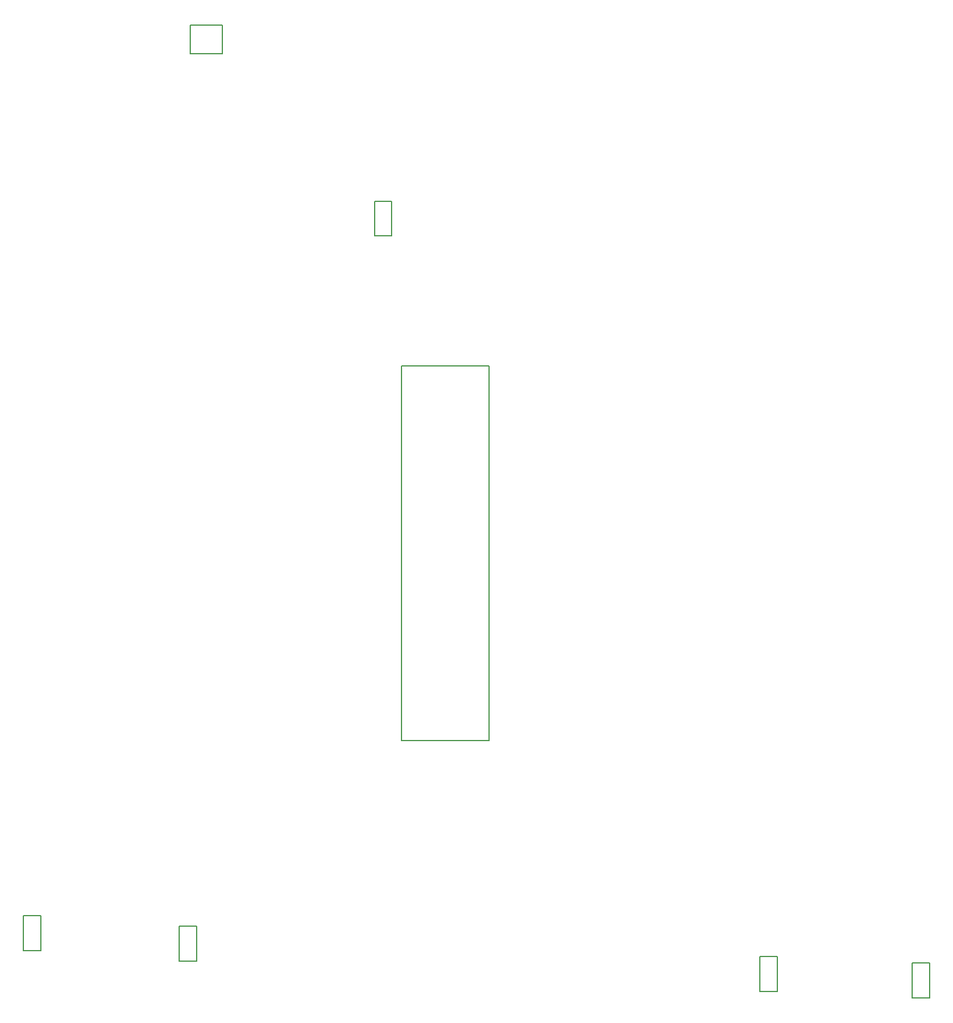
<source format=gbr>
%TF.GenerationSoftware,Altium Limited,Altium Designer,19.0.15 (446)*%
G04 Layer_Color=32896*
%FSLAX26Y26*%
%MOIN*%
%TF.FileFunction,Other,Mechanical_12*%
%TF.Part,Single*%
G01*
G75*
%TA.AperFunction,NonConductor*%
%ADD54C,0.005906*%
D54*
X760000Y420000D02*
X860000D01*
Y620000D01*
X760000D01*
Y420000D01*
X1650000Y360000D02*
X1750000D01*
Y560000D01*
X1650000D01*
Y360000D01*
X2920000Y1620000D02*
Y3760000D01*
X3420000D01*
Y1620000D01*
X2920000D01*
X4966024Y185000D02*
Y385000D01*
X5066024D01*
Y185000D01*
X4966024D01*
X5838252Y147480D02*
X5938252D01*
Y347480D01*
X5838252D01*
Y147480D01*
X2864212Y4501574D02*
Y4698426D01*
X2765788D01*
Y4501574D01*
X2864212D01*
X1896536Y5543308D02*
Y5706692D01*
X1713464D01*
Y5543308D01*
X1896536D01*
%TF.MD5,2431f82858cae112fdd150a672bf2bca*%
M02*

</source>
